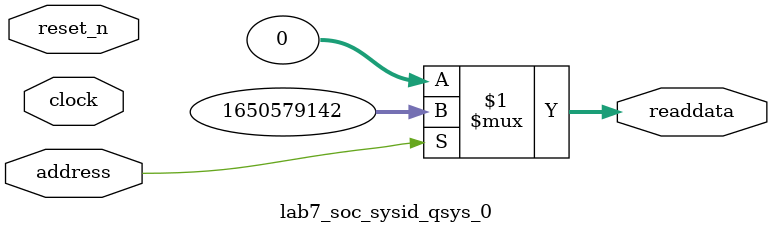
<source format=v>



// synthesis translate_off
`timescale 1ns / 1ps
// synthesis translate_on

// turn off superfluous verilog processor warnings 
// altera message_level Level1 
// altera message_off 10034 10035 10036 10037 10230 10240 10030 

module lab7_soc_sysid_qsys_0 (
               // inputs:
                address,
                clock,
                reset_n,

               // outputs:
                readdata
             )
;

  output  [ 31: 0] readdata;
  input            address;
  input            clock;
  input            reset_n;

  wire    [ 31: 0] readdata;
  //control_slave, which is an e_avalon_slave
  assign readdata = address ? 1650579142 : 0;

endmodule



</source>
